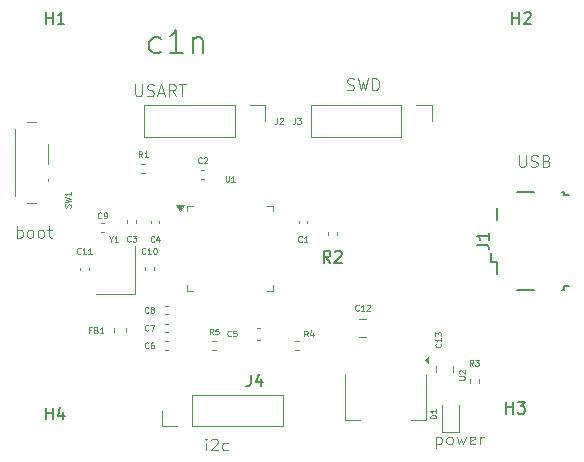
<source format=gbr>
%TF.GenerationSoftware,KiCad,Pcbnew,8.0.5-8.0.5-0~ubuntu22.04.1*%
%TF.CreationDate,2024-10-15T17:57:52+03:00*%
%TF.ProjectId,sc,73632e6b-6963-4616-945f-706362585858,rev?*%
%TF.SameCoordinates,Original*%
%TF.FileFunction,Legend,Top*%
%TF.FilePolarity,Positive*%
%FSLAX46Y46*%
G04 Gerber Fmt 4.6, Leading zero omitted, Abs format (unit mm)*
G04 Created by KiCad (PCBNEW 8.0.5-8.0.5-0~ubuntu22.04.1) date 2024-10-15 17:57:52*
%MOMM*%
%LPD*%
G01*
G04 APERTURE LIST*
%ADD10C,0.100000*%
%ADD11C,0.200000*%
%ADD12C,0.150000*%
%ADD13C,0.125000*%
%ADD14C,0.120000*%
G04 APERTURE END LIST*
D10*
X126803884Y-69372419D02*
X126803884Y-70181942D01*
X126803884Y-70181942D02*
X126851503Y-70277180D01*
X126851503Y-70277180D02*
X126899122Y-70324800D01*
X126899122Y-70324800D02*
X126994360Y-70372419D01*
X126994360Y-70372419D02*
X127184836Y-70372419D01*
X127184836Y-70372419D02*
X127280074Y-70324800D01*
X127280074Y-70324800D02*
X127327693Y-70277180D01*
X127327693Y-70277180D02*
X127375312Y-70181942D01*
X127375312Y-70181942D02*
X127375312Y-69372419D01*
X127803884Y-70324800D02*
X127946741Y-70372419D01*
X127946741Y-70372419D02*
X128184836Y-70372419D01*
X128184836Y-70372419D02*
X128280074Y-70324800D01*
X128280074Y-70324800D02*
X128327693Y-70277180D01*
X128327693Y-70277180D02*
X128375312Y-70181942D01*
X128375312Y-70181942D02*
X128375312Y-70086704D01*
X128375312Y-70086704D02*
X128327693Y-69991466D01*
X128327693Y-69991466D02*
X128280074Y-69943847D01*
X128280074Y-69943847D02*
X128184836Y-69896228D01*
X128184836Y-69896228D02*
X127994360Y-69848609D01*
X127994360Y-69848609D02*
X127899122Y-69800990D01*
X127899122Y-69800990D02*
X127851503Y-69753371D01*
X127851503Y-69753371D02*
X127803884Y-69658133D01*
X127803884Y-69658133D02*
X127803884Y-69562895D01*
X127803884Y-69562895D02*
X127851503Y-69467657D01*
X127851503Y-69467657D02*
X127899122Y-69420038D01*
X127899122Y-69420038D02*
X127994360Y-69372419D01*
X127994360Y-69372419D02*
X128232455Y-69372419D01*
X128232455Y-69372419D02*
X128375312Y-69420038D01*
X128756265Y-70086704D02*
X129232455Y-70086704D01*
X128661027Y-70372419D02*
X128994360Y-69372419D01*
X128994360Y-69372419D02*
X129327693Y-70372419D01*
X130232455Y-70372419D02*
X129899122Y-69896228D01*
X129661027Y-70372419D02*
X129661027Y-69372419D01*
X129661027Y-69372419D02*
X130041979Y-69372419D01*
X130041979Y-69372419D02*
X130137217Y-69420038D01*
X130137217Y-69420038D02*
X130184836Y-69467657D01*
X130184836Y-69467657D02*
X130232455Y-69562895D01*
X130232455Y-69562895D02*
X130232455Y-69705752D01*
X130232455Y-69705752D02*
X130184836Y-69800990D01*
X130184836Y-69800990D02*
X130137217Y-69848609D01*
X130137217Y-69848609D02*
X130041979Y-69896228D01*
X130041979Y-69896228D02*
X129661027Y-69896228D01*
X130518170Y-69372419D02*
X131089598Y-69372419D01*
X130803884Y-70372419D02*
X130803884Y-69372419D01*
X144756265Y-69824800D02*
X144899122Y-69872419D01*
X144899122Y-69872419D02*
X145137217Y-69872419D01*
X145137217Y-69872419D02*
X145232455Y-69824800D01*
X145232455Y-69824800D02*
X145280074Y-69777180D01*
X145280074Y-69777180D02*
X145327693Y-69681942D01*
X145327693Y-69681942D02*
X145327693Y-69586704D01*
X145327693Y-69586704D02*
X145280074Y-69491466D01*
X145280074Y-69491466D02*
X145232455Y-69443847D01*
X145232455Y-69443847D02*
X145137217Y-69396228D01*
X145137217Y-69396228D02*
X144946741Y-69348609D01*
X144946741Y-69348609D02*
X144851503Y-69300990D01*
X144851503Y-69300990D02*
X144803884Y-69253371D01*
X144803884Y-69253371D02*
X144756265Y-69158133D01*
X144756265Y-69158133D02*
X144756265Y-69062895D01*
X144756265Y-69062895D02*
X144803884Y-68967657D01*
X144803884Y-68967657D02*
X144851503Y-68920038D01*
X144851503Y-68920038D02*
X144946741Y-68872419D01*
X144946741Y-68872419D02*
X145184836Y-68872419D01*
X145184836Y-68872419D02*
X145327693Y-68920038D01*
X145661027Y-68872419D02*
X145899122Y-69872419D01*
X145899122Y-69872419D02*
X146089598Y-69158133D01*
X146089598Y-69158133D02*
X146280074Y-69872419D01*
X146280074Y-69872419D02*
X146518170Y-68872419D01*
X146899122Y-69872419D02*
X146899122Y-68872419D01*
X146899122Y-68872419D02*
X147137217Y-68872419D01*
X147137217Y-68872419D02*
X147280074Y-68920038D01*
X147280074Y-68920038D02*
X147375312Y-69015276D01*
X147375312Y-69015276D02*
X147422931Y-69110514D01*
X147422931Y-69110514D02*
X147470550Y-69300990D01*
X147470550Y-69300990D02*
X147470550Y-69443847D01*
X147470550Y-69443847D02*
X147422931Y-69634323D01*
X147422931Y-69634323D02*
X147375312Y-69729561D01*
X147375312Y-69729561D02*
X147280074Y-69824800D01*
X147280074Y-69824800D02*
X147137217Y-69872419D01*
X147137217Y-69872419D02*
X146899122Y-69872419D01*
X132803884Y-100372419D02*
X132803884Y-99705752D01*
X132803884Y-99372419D02*
X132756265Y-99420038D01*
X132756265Y-99420038D02*
X132803884Y-99467657D01*
X132803884Y-99467657D02*
X132851503Y-99420038D01*
X132851503Y-99420038D02*
X132803884Y-99372419D01*
X132803884Y-99372419D02*
X132803884Y-99467657D01*
X133232455Y-99467657D02*
X133280074Y-99420038D01*
X133280074Y-99420038D02*
X133375312Y-99372419D01*
X133375312Y-99372419D02*
X133613407Y-99372419D01*
X133613407Y-99372419D02*
X133708645Y-99420038D01*
X133708645Y-99420038D02*
X133756264Y-99467657D01*
X133756264Y-99467657D02*
X133803883Y-99562895D01*
X133803883Y-99562895D02*
X133803883Y-99658133D01*
X133803883Y-99658133D02*
X133756264Y-99800990D01*
X133756264Y-99800990D02*
X133184836Y-100372419D01*
X133184836Y-100372419D02*
X133803883Y-100372419D01*
X134661026Y-100324800D02*
X134565788Y-100372419D01*
X134565788Y-100372419D02*
X134375312Y-100372419D01*
X134375312Y-100372419D02*
X134280074Y-100324800D01*
X134280074Y-100324800D02*
X134232455Y-100277180D01*
X134232455Y-100277180D02*
X134184836Y-100181942D01*
X134184836Y-100181942D02*
X134184836Y-99896228D01*
X134184836Y-99896228D02*
X134232455Y-99800990D01*
X134232455Y-99800990D02*
X134280074Y-99753371D01*
X134280074Y-99753371D02*
X134375312Y-99705752D01*
X134375312Y-99705752D02*
X134565788Y-99705752D01*
X134565788Y-99705752D02*
X134661026Y-99753371D01*
X152303884Y-99205752D02*
X152303884Y-100205752D01*
X152303884Y-99253371D02*
X152399122Y-99205752D01*
X152399122Y-99205752D02*
X152589598Y-99205752D01*
X152589598Y-99205752D02*
X152684836Y-99253371D01*
X152684836Y-99253371D02*
X152732455Y-99300990D01*
X152732455Y-99300990D02*
X152780074Y-99396228D01*
X152780074Y-99396228D02*
X152780074Y-99681942D01*
X152780074Y-99681942D02*
X152732455Y-99777180D01*
X152732455Y-99777180D02*
X152684836Y-99824800D01*
X152684836Y-99824800D02*
X152589598Y-99872419D01*
X152589598Y-99872419D02*
X152399122Y-99872419D01*
X152399122Y-99872419D02*
X152303884Y-99824800D01*
X153351503Y-99872419D02*
X153256265Y-99824800D01*
X153256265Y-99824800D02*
X153208646Y-99777180D01*
X153208646Y-99777180D02*
X153161027Y-99681942D01*
X153161027Y-99681942D02*
X153161027Y-99396228D01*
X153161027Y-99396228D02*
X153208646Y-99300990D01*
X153208646Y-99300990D02*
X153256265Y-99253371D01*
X153256265Y-99253371D02*
X153351503Y-99205752D01*
X153351503Y-99205752D02*
X153494360Y-99205752D01*
X153494360Y-99205752D02*
X153589598Y-99253371D01*
X153589598Y-99253371D02*
X153637217Y-99300990D01*
X153637217Y-99300990D02*
X153684836Y-99396228D01*
X153684836Y-99396228D02*
X153684836Y-99681942D01*
X153684836Y-99681942D02*
X153637217Y-99777180D01*
X153637217Y-99777180D02*
X153589598Y-99824800D01*
X153589598Y-99824800D02*
X153494360Y-99872419D01*
X153494360Y-99872419D02*
X153351503Y-99872419D01*
X154018170Y-99205752D02*
X154208646Y-99872419D01*
X154208646Y-99872419D02*
X154399122Y-99396228D01*
X154399122Y-99396228D02*
X154589598Y-99872419D01*
X154589598Y-99872419D02*
X154780074Y-99205752D01*
X155541979Y-99824800D02*
X155446741Y-99872419D01*
X155446741Y-99872419D02*
X155256265Y-99872419D01*
X155256265Y-99872419D02*
X155161027Y-99824800D01*
X155161027Y-99824800D02*
X155113408Y-99729561D01*
X155113408Y-99729561D02*
X155113408Y-99348609D01*
X155113408Y-99348609D02*
X155161027Y-99253371D01*
X155161027Y-99253371D02*
X155256265Y-99205752D01*
X155256265Y-99205752D02*
X155446741Y-99205752D01*
X155446741Y-99205752D02*
X155541979Y-99253371D01*
X155541979Y-99253371D02*
X155589598Y-99348609D01*
X155589598Y-99348609D02*
X155589598Y-99443847D01*
X155589598Y-99443847D02*
X155113408Y-99539085D01*
X156018170Y-99872419D02*
X156018170Y-99205752D01*
X156018170Y-99396228D02*
X156065789Y-99300990D01*
X156065789Y-99300990D02*
X156113408Y-99253371D01*
X156113408Y-99253371D02*
X156208646Y-99205752D01*
X156208646Y-99205752D02*
X156303884Y-99205752D01*
X159303884Y-75372419D02*
X159303884Y-76181942D01*
X159303884Y-76181942D02*
X159351503Y-76277180D01*
X159351503Y-76277180D02*
X159399122Y-76324800D01*
X159399122Y-76324800D02*
X159494360Y-76372419D01*
X159494360Y-76372419D02*
X159684836Y-76372419D01*
X159684836Y-76372419D02*
X159780074Y-76324800D01*
X159780074Y-76324800D02*
X159827693Y-76277180D01*
X159827693Y-76277180D02*
X159875312Y-76181942D01*
X159875312Y-76181942D02*
X159875312Y-75372419D01*
X160303884Y-76324800D02*
X160446741Y-76372419D01*
X160446741Y-76372419D02*
X160684836Y-76372419D01*
X160684836Y-76372419D02*
X160780074Y-76324800D01*
X160780074Y-76324800D02*
X160827693Y-76277180D01*
X160827693Y-76277180D02*
X160875312Y-76181942D01*
X160875312Y-76181942D02*
X160875312Y-76086704D01*
X160875312Y-76086704D02*
X160827693Y-75991466D01*
X160827693Y-75991466D02*
X160780074Y-75943847D01*
X160780074Y-75943847D02*
X160684836Y-75896228D01*
X160684836Y-75896228D02*
X160494360Y-75848609D01*
X160494360Y-75848609D02*
X160399122Y-75800990D01*
X160399122Y-75800990D02*
X160351503Y-75753371D01*
X160351503Y-75753371D02*
X160303884Y-75658133D01*
X160303884Y-75658133D02*
X160303884Y-75562895D01*
X160303884Y-75562895D02*
X160351503Y-75467657D01*
X160351503Y-75467657D02*
X160399122Y-75420038D01*
X160399122Y-75420038D02*
X160494360Y-75372419D01*
X160494360Y-75372419D02*
X160732455Y-75372419D01*
X160732455Y-75372419D02*
X160875312Y-75420038D01*
X161637217Y-75848609D02*
X161780074Y-75896228D01*
X161780074Y-75896228D02*
X161827693Y-75943847D01*
X161827693Y-75943847D02*
X161875312Y-76039085D01*
X161875312Y-76039085D02*
X161875312Y-76181942D01*
X161875312Y-76181942D02*
X161827693Y-76277180D01*
X161827693Y-76277180D02*
X161780074Y-76324800D01*
X161780074Y-76324800D02*
X161684836Y-76372419D01*
X161684836Y-76372419D02*
X161303884Y-76372419D01*
X161303884Y-76372419D02*
X161303884Y-75372419D01*
X161303884Y-75372419D02*
X161637217Y-75372419D01*
X161637217Y-75372419D02*
X161732455Y-75420038D01*
X161732455Y-75420038D02*
X161780074Y-75467657D01*
X161780074Y-75467657D02*
X161827693Y-75562895D01*
X161827693Y-75562895D02*
X161827693Y-75658133D01*
X161827693Y-75658133D02*
X161780074Y-75753371D01*
X161780074Y-75753371D02*
X161732455Y-75800990D01*
X161732455Y-75800990D02*
X161637217Y-75848609D01*
X161637217Y-75848609D02*
X161303884Y-75848609D01*
X116803884Y-82372419D02*
X116803884Y-81372419D01*
X116803884Y-81753371D02*
X116899122Y-81705752D01*
X116899122Y-81705752D02*
X117089598Y-81705752D01*
X117089598Y-81705752D02*
X117184836Y-81753371D01*
X117184836Y-81753371D02*
X117232455Y-81800990D01*
X117232455Y-81800990D02*
X117280074Y-81896228D01*
X117280074Y-81896228D02*
X117280074Y-82181942D01*
X117280074Y-82181942D02*
X117232455Y-82277180D01*
X117232455Y-82277180D02*
X117184836Y-82324800D01*
X117184836Y-82324800D02*
X117089598Y-82372419D01*
X117089598Y-82372419D02*
X116899122Y-82372419D01*
X116899122Y-82372419D02*
X116803884Y-82324800D01*
X117851503Y-82372419D02*
X117756265Y-82324800D01*
X117756265Y-82324800D02*
X117708646Y-82277180D01*
X117708646Y-82277180D02*
X117661027Y-82181942D01*
X117661027Y-82181942D02*
X117661027Y-81896228D01*
X117661027Y-81896228D02*
X117708646Y-81800990D01*
X117708646Y-81800990D02*
X117756265Y-81753371D01*
X117756265Y-81753371D02*
X117851503Y-81705752D01*
X117851503Y-81705752D02*
X117994360Y-81705752D01*
X117994360Y-81705752D02*
X118089598Y-81753371D01*
X118089598Y-81753371D02*
X118137217Y-81800990D01*
X118137217Y-81800990D02*
X118184836Y-81896228D01*
X118184836Y-81896228D02*
X118184836Y-82181942D01*
X118184836Y-82181942D02*
X118137217Y-82277180D01*
X118137217Y-82277180D02*
X118089598Y-82324800D01*
X118089598Y-82324800D02*
X117994360Y-82372419D01*
X117994360Y-82372419D02*
X117851503Y-82372419D01*
X118756265Y-82372419D02*
X118661027Y-82324800D01*
X118661027Y-82324800D02*
X118613408Y-82277180D01*
X118613408Y-82277180D02*
X118565789Y-82181942D01*
X118565789Y-82181942D02*
X118565789Y-81896228D01*
X118565789Y-81896228D02*
X118613408Y-81800990D01*
X118613408Y-81800990D02*
X118661027Y-81753371D01*
X118661027Y-81753371D02*
X118756265Y-81705752D01*
X118756265Y-81705752D02*
X118899122Y-81705752D01*
X118899122Y-81705752D02*
X118994360Y-81753371D01*
X118994360Y-81753371D02*
X119041979Y-81800990D01*
X119041979Y-81800990D02*
X119089598Y-81896228D01*
X119089598Y-81896228D02*
X119089598Y-82181942D01*
X119089598Y-82181942D02*
X119041979Y-82277180D01*
X119041979Y-82277180D02*
X118994360Y-82324800D01*
X118994360Y-82324800D02*
X118899122Y-82372419D01*
X118899122Y-82372419D02*
X118756265Y-82372419D01*
X119375313Y-81705752D02*
X119756265Y-81705752D01*
X119518170Y-81372419D02*
X119518170Y-82229561D01*
X119518170Y-82229561D02*
X119565789Y-82324800D01*
X119565789Y-82324800D02*
X119661027Y-82372419D01*
X119661027Y-82372419D02*
X119756265Y-82372419D01*
D11*
X128964911Y-66649600D02*
X128774435Y-66744838D01*
X128774435Y-66744838D02*
X128393482Y-66744838D01*
X128393482Y-66744838D02*
X128203006Y-66649600D01*
X128203006Y-66649600D02*
X128107768Y-66554361D01*
X128107768Y-66554361D02*
X128012530Y-66363885D01*
X128012530Y-66363885D02*
X128012530Y-65792457D01*
X128012530Y-65792457D02*
X128107768Y-65601980D01*
X128107768Y-65601980D02*
X128203006Y-65506742D01*
X128203006Y-65506742D02*
X128393482Y-65411504D01*
X128393482Y-65411504D02*
X128774435Y-65411504D01*
X128774435Y-65411504D02*
X128964911Y-65506742D01*
X130869673Y-66744838D02*
X129726816Y-66744838D01*
X130298244Y-66744838D02*
X130298244Y-64744838D01*
X130298244Y-64744838D02*
X130107768Y-65030552D01*
X130107768Y-65030552D02*
X129917292Y-65221028D01*
X129917292Y-65221028D02*
X129726816Y-65316266D01*
X131726816Y-65411504D02*
X131726816Y-66744838D01*
X131726816Y-65601980D02*
X131822054Y-65506742D01*
X131822054Y-65506742D02*
X132012530Y-65411504D01*
X132012530Y-65411504D02*
X132298245Y-65411504D01*
X132298245Y-65411504D02*
X132488721Y-65506742D01*
X132488721Y-65506742D02*
X132583959Y-65697219D01*
X132583959Y-65697219D02*
X132583959Y-66744838D01*
D10*
X121312300Y-79816665D02*
X121336109Y-79745237D01*
X121336109Y-79745237D02*
X121336109Y-79626189D01*
X121336109Y-79626189D02*
X121312300Y-79578570D01*
X121312300Y-79578570D02*
X121288490Y-79554761D01*
X121288490Y-79554761D02*
X121240871Y-79530951D01*
X121240871Y-79530951D02*
X121193252Y-79530951D01*
X121193252Y-79530951D02*
X121145633Y-79554761D01*
X121145633Y-79554761D02*
X121121823Y-79578570D01*
X121121823Y-79578570D02*
X121098014Y-79626189D01*
X121098014Y-79626189D02*
X121074204Y-79721427D01*
X121074204Y-79721427D02*
X121050395Y-79769046D01*
X121050395Y-79769046D02*
X121026585Y-79792856D01*
X121026585Y-79792856D02*
X120978966Y-79816665D01*
X120978966Y-79816665D02*
X120931347Y-79816665D01*
X120931347Y-79816665D02*
X120883728Y-79792856D01*
X120883728Y-79792856D02*
X120859919Y-79769046D01*
X120859919Y-79769046D02*
X120836109Y-79721427D01*
X120836109Y-79721427D02*
X120836109Y-79602380D01*
X120836109Y-79602380D02*
X120859919Y-79530951D01*
X120836109Y-79364285D02*
X121336109Y-79245237D01*
X121336109Y-79245237D02*
X120978966Y-79149999D01*
X120978966Y-79149999D02*
X121336109Y-79054761D01*
X121336109Y-79054761D02*
X120836109Y-78935714D01*
X121336109Y-78483332D02*
X121336109Y-78769046D01*
X121336109Y-78626189D02*
X120836109Y-78626189D01*
X120836109Y-78626189D02*
X120907538Y-78673808D01*
X120907538Y-78673808D02*
X120955157Y-78721427D01*
X120955157Y-78721427D02*
X120978966Y-78769046D01*
D12*
X119238095Y-97754819D02*
X119238095Y-96754819D01*
X119238095Y-97231009D02*
X119809523Y-97231009D01*
X119809523Y-97754819D02*
X119809523Y-96754819D01*
X120714285Y-97088152D02*
X120714285Y-97754819D01*
X120476190Y-96707200D02*
X120238095Y-97421485D01*
X120238095Y-97421485D02*
X120857142Y-97421485D01*
X158238095Y-97254819D02*
X158238095Y-96254819D01*
X158238095Y-96731009D02*
X158809523Y-96731009D01*
X158809523Y-97254819D02*
X158809523Y-96254819D01*
X159190476Y-96254819D02*
X159809523Y-96254819D01*
X159809523Y-96254819D02*
X159476190Y-96635771D01*
X159476190Y-96635771D02*
X159619047Y-96635771D01*
X159619047Y-96635771D02*
X159714285Y-96683390D01*
X159714285Y-96683390D02*
X159761904Y-96731009D01*
X159761904Y-96731009D02*
X159809523Y-96826247D01*
X159809523Y-96826247D02*
X159809523Y-97064342D01*
X159809523Y-97064342D02*
X159761904Y-97159580D01*
X159761904Y-97159580D02*
X159714285Y-97207200D01*
X159714285Y-97207200D02*
X159619047Y-97254819D01*
X159619047Y-97254819D02*
X159333333Y-97254819D01*
X159333333Y-97254819D02*
X159238095Y-97207200D01*
X159238095Y-97207200D02*
X159190476Y-97159580D01*
X158738095Y-64254819D02*
X158738095Y-63254819D01*
X158738095Y-63731009D02*
X159309523Y-63731009D01*
X159309523Y-64254819D02*
X159309523Y-63254819D01*
X159738095Y-63350057D02*
X159785714Y-63302438D01*
X159785714Y-63302438D02*
X159880952Y-63254819D01*
X159880952Y-63254819D02*
X160119047Y-63254819D01*
X160119047Y-63254819D02*
X160214285Y-63302438D01*
X160214285Y-63302438D02*
X160261904Y-63350057D01*
X160261904Y-63350057D02*
X160309523Y-63445295D01*
X160309523Y-63445295D02*
X160309523Y-63540533D01*
X160309523Y-63540533D02*
X160261904Y-63683390D01*
X160261904Y-63683390D02*
X159690476Y-64254819D01*
X159690476Y-64254819D02*
X160309523Y-64254819D01*
X119238095Y-64254819D02*
X119238095Y-63254819D01*
X119238095Y-63731009D02*
X119809523Y-63731009D01*
X119809523Y-64254819D02*
X119809523Y-63254819D01*
X120809523Y-64254819D02*
X120238095Y-64254819D01*
X120523809Y-64254819D02*
X120523809Y-63254819D01*
X120523809Y-63254819D02*
X120428571Y-63397676D01*
X120428571Y-63397676D02*
X120333333Y-63492914D01*
X120333333Y-63492914D02*
X120238095Y-63540533D01*
D10*
X134916666Y-90678490D02*
X134892857Y-90702300D01*
X134892857Y-90702300D02*
X134821428Y-90726109D01*
X134821428Y-90726109D02*
X134773809Y-90726109D01*
X134773809Y-90726109D02*
X134702381Y-90702300D01*
X134702381Y-90702300D02*
X134654762Y-90654680D01*
X134654762Y-90654680D02*
X134630952Y-90607061D01*
X134630952Y-90607061D02*
X134607143Y-90511823D01*
X134607143Y-90511823D02*
X134607143Y-90440395D01*
X134607143Y-90440395D02*
X134630952Y-90345157D01*
X134630952Y-90345157D02*
X134654762Y-90297538D01*
X134654762Y-90297538D02*
X134702381Y-90249919D01*
X134702381Y-90249919D02*
X134773809Y-90226109D01*
X134773809Y-90226109D02*
X134821428Y-90226109D01*
X134821428Y-90226109D02*
X134892857Y-90249919D01*
X134892857Y-90249919D02*
X134916666Y-90273728D01*
X135369047Y-90226109D02*
X135130952Y-90226109D01*
X135130952Y-90226109D02*
X135107143Y-90464204D01*
X135107143Y-90464204D02*
X135130952Y-90440395D01*
X135130952Y-90440395D02*
X135178571Y-90416585D01*
X135178571Y-90416585D02*
X135297619Y-90416585D01*
X135297619Y-90416585D02*
X135345238Y-90440395D01*
X135345238Y-90440395D02*
X135369047Y-90464204D01*
X135369047Y-90464204D02*
X135392857Y-90511823D01*
X135392857Y-90511823D02*
X135392857Y-90630871D01*
X135392857Y-90630871D02*
X135369047Y-90678490D01*
X135369047Y-90678490D02*
X135345238Y-90702300D01*
X135345238Y-90702300D02*
X135297619Y-90726109D01*
X135297619Y-90726109D02*
X135178571Y-90726109D01*
X135178571Y-90726109D02*
X135130952Y-90702300D01*
X135130952Y-90702300D02*
X135107143Y-90678490D01*
X141416666Y-90726109D02*
X141250000Y-90488014D01*
X141130952Y-90726109D02*
X141130952Y-90226109D01*
X141130952Y-90226109D02*
X141321428Y-90226109D01*
X141321428Y-90226109D02*
X141369047Y-90249919D01*
X141369047Y-90249919D02*
X141392857Y-90273728D01*
X141392857Y-90273728D02*
X141416666Y-90321347D01*
X141416666Y-90321347D02*
X141416666Y-90392776D01*
X141416666Y-90392776D02*
X141392857Y-90440395D01*
X141392857Y-90440395D02*
X141369047Y-90464204D01*
X141369047Y-90464204D02*
X141321428Y-90488014D01*
X141321428Y-90488014D02*
X141130952Y-90488014D01*
X141845238Y-90392776D02*
X141845238Y-90726109D01*
X141726190Y-90202300D02*
X141607143Y-90559442D01*
X141607143Y-90559442D02*
X141916666Y-90559442D01*
D13*
X128416666Y-82677190D02*
X128392857Y-82701000D01*
X128392857Y-82701000D02*
X128321428Y-82724809D01*
X128321428Y-82724809D02*
X128273809Y-82724809D01*
X128273809Y-82724809D02*
X128202381Y-82701000D01*
X128202381Y-82701000D02*
X128154762Y-82653380D01*
X128154762Y-82653380D02*
X128130952Y-82605761D01*
X128130952Y-82605761D02*
X128107143Y-82510523D01*
X128107143Y-82510523D02*
X128107143Y-82439095D01*
X128107143Y-82439095D02*
X128130952Y-82343857D01*
X128130952Y-82343857D02*
X128154762Y-82296238D01*
X128154762Y-82296238D02*
X128202381Y-82248619D01*
X128202381Y-82248619D02*
X128273809Y-82224809D01*
X128273809Y-82224809D02*
X128321428Y-82224809D01*
X128321428Y-82224809D02*
X128392857Y-82248619D01*
X128392857Y-82248619D02*
X128416666Y-82272428D01*
X128845238Y-82391476D02*
X128845238Y-82724809D01*
X128726190Y-82201000D02*
X128607143Y-82558142D01*
X128607143Y-82558142D02*
X128916666Y-82558142D01*
D10*
X127916666Y-90178490D02*
X127892857Y-90202300D01*
X127892857Y-90202300D02*
X127821428Y-90226109D01*
X127821428Y-90226109D02*
X127773809Y-90226109D01*
X127773809Y-90226109D02*
X127702381Y-90202300D01*
X127702381Y-90202300D02*
X127654762Y-90154680D01*
X127654762Y-90154680D02*
X127630952Y-90107061D01*
X127630952Y-90107061D02*
X127607143Y-90011823D01*
X127607143Y-90011823D02*
X127607143Y-89940395D01*
X127607143Y-89940395D02*
X127630952Y-89845157D01*
X127630952Y-89845157D02*
X127654762Y-89797538D01*
X127654762Y-89797538D02*
X127702381Y-89749919D01*
X127702381Y-89749919D02*
X127773809Y-89726109D01*
X127773809Y-89726109D02*
X127821428Y-89726109D01*
X127821428Y-89726109D02*
X127892857Y-89749919D01*
X127892857Y-89749919D02*
X127916666Y-89773728D01*
X128083333Y-89726109D02*
X128416666Y-89726109D01*
X128416666Y-89726109D02*
X128202381Y-90226109D01*
X138833333Y-72226109D02*
X138833333Y-72583252D01*
X138833333Y-72583252D02*
X138809524Y-72654680D01*
X138809524Y-72654680D02*
X138761905Y-72702300D01*
X138761905Y-72702300D02*
X138690476Y-72726109D01*
X138690476Y-72726109D02*
X138642857Y-72726109D01*
X139047619Y-72273728D02*
X139071428Y-72249919D01*
X139071428Y-72249919D02*
X139119047Y-72226109D01*
X139119047Y-72226109D02*
X139238095Y-72226109D01*
X139238095Y-72226109D02*
X139285714Y-72249919D01*
X139285714Y-72249919D02*
X139309523Y-72273728D01*
X139309523Y-72273728D02*
X139333333Y-72321347D01*
X139333333Y-72321347D02*
X139333333Y-72368966D01*
X139333333Y-72368966D02*
X139309523Y-72440395D01*
X139309523Y-72440395D02*
X139023809Y-72726109D01*
X139023809Y-72726109D02*
X139333333Y-72726109D01*
X155416666Y-93226109D02*
X155250000Y-92988014D01*
X155130952Y-93226109D02*
X155130952Y-92726109D01*
X155130952Y-92726109D02*
X155321428Y-92726109D01*
X155321428Y-92726109D02*
X155369047Y-92749919D01*
X155369047Y-92749919D02*
X155392857Y-92773728D01*
X155392857Y-92773728D02*
X155416666Y-92821347D01*
X155416666Y-92821347D02*
X155416666Y-92892776D01*
X155416666Y-92892776D02*
X155392857Y-92940395D01*
X155392857Y-92940395D02*
X155369047Y-92964204D01*
X155369047Y-92964204D02*
X155321428Y-92988014D01*
X155321428Y-92988014D02*
X155130952Y-92988014D01*
X155583333Y-92726109D02*
X155892857Y-92726109D01*
X155892857Y-92726109D02*
X155726190Y-92916585D01*
X155726190Y-92916585D02*
X155797619Y-92916585D01*
X155797619Y-92916585D02*
X155845238Y-92940395D01*
X155845238Y-92940395D02*
X155869047Y-92964204D01*
X155869047Y-92964204D02*
X155892857Y-93011823D01*
X155892857Y-93011823D02*
X155892857Y-93130871D01*
X155892857Y-93130871D02*
X155869047Y-93178490D01*
X155869047Y-93178490D02*
X155845238Y-93202300D01*
X155845238Y-93202300D02*
X155797619Y-93226109D01*
X155797619Y-93226109D02*
X155654762Y-93226109D01*
X155654762Y-93226109D02*
X155607143Y-93202300D01*
X155607143Y-93202300D02*
X155583333Y-93178490D01*
D13*
X126416666Y-82657190D02*
X126392857Y-82681000D01*
X126392857Y-82681000D02*
X126321428Y-82704809D01*
X126321428Y-82704809D02*
X126273809Y-82704809D01*
X126273809Y-82704809D02*
X126202381Y-82681000D01*
X126202381Y-82681000D02*
X126154762Y-82633380D01*
X126154762Y-82633380D02*
X126130952Y-82585761D01*
X126130952Y-82585761D02*
X126107143Y-82490523D01*
X126107143Y-82490523D02*
X126107143Y-82419095D01*
X126107143Y-82419095D02*
X126130952Y-82323857D01*
X126130952Y-82323857D02*
X126154762Y-82276238D01*
X126154762Y-82276238D02*
X126202381Y-82228619D01*
X126202381Y-82228619D02*
X126273809Y-82204809D01*
X126273809Y-82204809D02*
X126321428Y-82204809D01*
X126321428Y-82204809D02*
X126392857Y-82228619D01*
X126392857Y-82228619D02*
X126416666Y-82252428D01*
X126583333Y-82204809D02*
X126892857Y-82204809D01*
X126892857Y-82204809D02*
X126726190Y-82395285D01*
X126726190Y-82395285D02*
X126797619Y-82395285D01*
X126797619Y-82395285D02*
X126845238Y-82419095D01*
X126845238Y-82419095D02*
X126869047Y-82442904D01*
X126869047Y-82442904D02*
X126892857Y-82490523D01*
X126892857Y-82490523D02*
X126892857Y-82609571D01*
X126892857Y-82609571D02*
X126869047Y-82657190D01*
X126869047Y-82657190D02*
X126845238Y-82681000D01*
X126845238Y-82681000D02*
X126797619Y-82704809D01*
X126797619Y-82704809D02*
X126654762Y-82704809D01*
X126654762Y-82704809D02*
X126607143Y-82681000D01*
X126607143Y-82681000D02*
X126583333Y-82657190D01*
D10*
X154226109Y-94380952D02*
X154630871Y-94380952D01*
X154630871Y-94380952D02*
X154678490Y-94357142D01*
X154678490Y-94357142D02*
X154702300Y-94333333D01*
X154702300Y-94333333D02*
X154726109Y-94285714D01*
X154726109Y-94285714D02*
X154726109Y-94190476D01*
X154726109Y-94190476D02*
X154702300Y-94142857D01*
X154702300Y-94142857D02*
X154678490Y-94119047D01*
X154678490Y-94119047D02*
X154630871Y-94095238D01*
X154630871Y-94095238D02*
X154226109Y-94095238D01*
X154273728Y-93880951D02*
X154249919Y-93857142D01*
X154249919Y-93857142D02*
X154226109Y-93809523D01*
X154226109Y-93809523D02*
X154226109Y-93690475D01*
X154226109Y-93690475D02*
X154249919Y-93642856D01*
X154249919Y-93642856D02*
X154273728Y-93619047D01*
X154273728Y-93619047D02*
X154321347Y-93595237D01*
X154321347Y-93595237D02*
X154368966Y-93595237D01*
X154368966Y-93595237D02*
X154440395Y-93619047D01*
X154440395Y-93619047D02*
X154726109Y-93904761D01*
X154726109Y-93904761D02*
X154726109Y-93595237D01*
X122178571Y-83678490D02*
X122154762Y-83702300D01*
X122154762Y-83702300D02*
X122083333Y-83726109D01*
X122083333Y-83726109D02*
X122035714Y-83726109D01*
X122035714Y-83726109D02*
X121964286Y-83702300D01*
X121964286Y-83702300D02*
X121916667Y-83654680D01*
X121916667Y-83654680D02*
X121892857Y-83607061D01*
X121892857Y-83607061D02*
X121869048Y-83511823D01*
X121869048Y-83511823D02*
X121869048Y-83440395D01*
X121869048Y-83440395D02*
X121892857Y-83345157D01*
X121892857Y-83345157D02*
X121916667Y-83297538D01*
X121916667Y-83297538D02*
X121964286Y-83249919D01*
X121964286Y-83249919D02*
X122035714Y-83226109D01*
X122035714Y-83226109D02*
X122083333Y-83226109D01*
X122083333Y-83226109D02*
X122154762Y-83249919D01*
X122154762Y-83249919D02*
X122178571Y-83273728D01*
X122654762Y-83726109D02*
X122369048Y-83726109D01*
X122511905Y-83726109D02*
X122511905Y-83226109D01*
X122511905Y-83226109D02*
X122464286Y-83297538D01*
X122464286Y-83297538D02*
X122416667Y-83345157D01*
X122416667Y-83345157D02*
X122369048Y-83368966D01*
X123130952Y-83726109D02*
X122845238Y-83726109D01*
X122988095Y-83726109D02*
X122988095Y-83226109D01*
X122988095Y-83226109D02*
X122940476Y-83297538D01*
X122940476Y-83297538D02*
X122892857Y-83345157D01*
X122892857Y-83345157D02*
X122845238Y-83368966D01*
X133406666Y-90556109D02*
X133240000Y-90318014D01*
X133120952Y-90556109D02*
X133120952Y-90056109D01*
X133120952Y-90056109D02*
X133311428Y-90056109D01*
X133311428Y-90056109D02*
X133359047Y-90079919D01*
X133359047Y-90079919D02*
X133382857Y-90103728D01*
X133382857Y-90103728D02*
X133406666Y-90151347D01*
X133406666Y-90151347D02*
X133406666Y-90222776D01*
X133406666Y-90222776D02*
X133382857Y-90270395D01*
X133382857Y-90270395D02*
X133359047Y-90294204D01*
X133359047Y-90294204D02*
X133311428Y-90318014D01*
X133311428Y-90318014D02*
X133120952Y-90318014D01*
X133859047Y-90056109D02*
X133620952Y-90056109D01*
X133620952Y-90056109D02*
X133597143Y-90294204D01*
X133597143Y-90294204D02*
X133620952Y-90270395D01*
X133620952Y-90270395D02*
X133668571Y-90246585D01*
X133668571Y-90246585D02*
X133787619Y-90246585D01*
X133787619Y-90246585D02*
X133835238Y-90270395D01*
X133835238Y-90270395D02*
X133859047Y-90294204D01*
X133859047Y-90294204D02*
X133882857Y-90341823D01*
X133882857Y-90341823D02*
X133882857Y-90460871D01*
X133882857Y-90460871D02*
X133859047Y-90508490D01*
X133859047Y-90508490D02*
X133835238Y-90532300D01*
X133835238Y-90532300D02*
X133787619Y-90556109D01*
X133787619Y-90556109D02*
X133668571Y-90556109D01*
X133668571Y-90556109D02*
X133620952Y-90532300D01*
X133620952Y-90532300D02*
X133597143Y-90508490D01*
X152678490Y-91321428D02*
X152702300Y-91345237D01*
X152702300Y-91345237D02*
X152726109Y-91416666D01*
X152726109Y-91416666D02*
X152726109Y-91464285D01*
X152726109Y-91464285D02*
X152702300Y-91535713D01*
X152702300Y-91535713D02*
X152654680Y-91583332D01*
X152654680Y-91583332D02*
X152607061Y-91607142D01*
X152607061Y-91607142D02*
X152511823Y-91630951D01*
X152511823Y-91630951D02*
X152440395Y-91630951D01*
X152440395Y-91630951D02*
X152345157Y-91607142D01*
X152345157Y-91607142D02*
X152297538Y-91583332D01*
X152297538Y-91583332D02*
X152249919Y-91535713D01*
X152249919Y-91535713D02*
X152226109Y-91464285D01*
X152226109Y-91464285D02*
X152226109Y-91416666D01*
X152226109Y-91416666D02*
X152249919Y-91345237D01*
X152249919Y-91345237D02*
X152273728Y-91321428D01*
X152726109Y-90845237D02*
X152726109Y-91130951D01*
X152726109Y-90988094D02*
X152226109Y-90988094D01*
X152226109Y-90988094D02*
X152297538Y-91035713D01*
X152297538Y-91035713D02*
X152345157Y-91083332D01*
X152345157Y-91083332D02*
X152368966Y-91130951D01*
X152226109Y-90678571D02*
X152226109Y-90369047D01*
X152226109Y-90369047D02*
X152416585Y-90535714D01*
X152416585Y-90535714D02*
X152416585Y-90464285D01*
X152416585Y-90464285D02*
X152440395Y-90416666D01*
X152440395Y-90416666D02*
X152464204Y-90392857D01*
X152464204Y-90392857D02*
X152511823Y-90369047D01*
X152511823Y-90369047D02*
X152630871Y-90369047D01*
X152630871Y-90369047D02*
X152678490Y-90392857D01*
X152678490Y-90392857D02*
X152702300Y-90416666D01*
X152702300Y-90416666D02*
X152726109Y-90464285D01*
X152726109Y-90464285D02*
X152726109Y-90607142D01*
X152726109Y-90607142D02*
X152702300Y-90654761D01*
X152702300Y-90654761D02*
X152678490Y-90678571D01*
X123936666Y-80678490D02*
X123912857Y-80702300D01*
X123912857Y-80702300D02*
X123841428Y-80726109D01*
X123841428Y-80726109D02*
X123793809Y-80726109D01*
X123793809Y-80726109D02*
X123722381Y-80702300D01*
X123722381Y-80702300D02*
X123674762Y-80654680D01*
X123674762Y-80654680D02*
X123650952Y-80607061D01*
X123650952Y-80607061D02*
X123627143Y-80511823D01*
X123627143Y-80511823D02*
X123627143Y-80440395D01*
X123627143Y-80440395D02*
X123650952Y-80345157D01*
X123650952Y-80345157D02*
X123674762Y-80297538D01*
X123674762Y-80297538D02*
X123722381Y-80249919D01*
X123722381Y-80249919D02*
X123793809Y-80226109D01*
X123793809Y-80226109D02*
X123841428Y-80226109D01*
X123841428Y-80226109D02*
X123912857Y-80249919D01*
X123912857Y-80249919D02*
X123936666Y-80273728D01*
X124174762Y-80726109D02*
X124270000Y-80726109D01*
X124270000Y-80726109D02*
X124317619Y-80702300D01*
X124317619Y-80702300D02*
X124341428Y-80678490D01*
X124341428Y-80678490D02*
X124389047Y-80607061D01*
X124389047Y-80607061D02*
X124412857Y-80511823D01*
X124412857Y-80511823D02*
X124412857Y-80321347D01*
X124412857Y-80321347D02*
X124389047Y-80273728D01*
X124389047Y-80273728D02*
X124365238Y-80249919D01*
X124365238Y-80249919D02*
X124317619Y-80226109D01*
X124317619Y-80226109D02*
X124222381Y-80226109D01*
X124222381Y-80226109D02*
X124174762Y-80249919D01*
X124174762Y-80249919D02*
X124150952Y-80273728D01*
X124150952Y-80273728D02*
X124127143Y-80321347D01*
X124127143Y-80321347D02*
X124127143Y-80440395D01*
X124127143Y-80440395D02*
X124150952Y-80488014D01*
X124150952Y-80488014D02*
X124174762Y-80511823D01*
X124174762Y-80511823D02*
X124222381Y-80535633D01*
X124222381Y-80535633D02*
X124317619Y-80535633D01*
X124317619Y-80535633D02*
X124365238Y-80511823D01*
X124365238Y-80511823D02*
X124389047Y-80488014D01*
X124389047Y-80488014D02*
X124412857Y-80440395D01*
X127916666Y-91678490D02*
X127892857Y-91702300D01*
X127892857Y-91702300D02*
X127821428Y-91726109D01*
X127821428Y-91726109D02*
X127773809Y-91726109D01*
X127773809Y-91726109D02*
X127702381Y-91702300D01*
X127702381Y-91702300D02*
X127654762Y-91654680D01*
X127654762Y-91654680D02*
X127630952Y-91607061D01*
X127630952Y-91607061D02*
X127607143Y-91511823D01*
X127607143Y-91511823D02*
X127607143Y-91440395D01*
X127607143Y-91440395D02*
X127630952Y-91345157D01*
X127630952Y-91345157D02*
X127654762Y-91297538D01*
X127654762Y-91297538D02*
X127702381Y-91249919D01*
X127702381Y-91249919D02*
X127773809Y-91226109D01*
X127773809Y-91226109D02*
X127821428Y-91226109D01*
X127821428Y-91226109D02*
X127892857Y-91249919D01*
X127892857Y-91249919D02*
X127916666Y-91273728D01*
X128345238Y-91226109D02*
X128250000Y-91226109D01*
X128250000Y-91226109D02*
X128202381Y-91249919D01*
X128202381Y-91249919D02*
X128178571Y-91273728D01*
X128178571Y-91273728D02*
X128130952Y-91345157D01*
X128130952Y-91345157D02*
X128107143Y-91440395D01*
X128107143Y-91440395D02*
X128107143Y-91630871D01*
X128107143Y-91630871D02*
X128130952Y-91678490D01*
X128130952Y-91678490D02*
X128154762Y-91702300D01*
X128154762Y-91702300D02*
X128202381Y-91726109D01*
X128202381Y-91726109D02*
X128297619Y-91726109D01*
X128297619Y-91726109D02*
X128345238Y-91702300D01*
X128345238Y-91702300D02*
X128369047Y-91678490D01*
X128369047Y-91678490D02*
X128392857Y-91630871D01*
X128392857Y-91630871D02*
X128392857Y-91511823D01*
X128392857Y-91511823D02*
X128369047Y-91464204D01*
X128369047Y-91464204D02*
X128345238Y-91440395D01*
X128345238Y-91440395D02*
X128297619Y-91416585D01*
X128297619Y-91416585D02*
X128202381Y-91416585D01*
X128202381Y-91416585D02*
X128154762Y-91440395D01*
X128154762Y-91440395D02*
X128130952Y-91464204D01*
X128130952Y-91464204D02*
X128107143Y-91511823D01*
X140333333Y-72226109D02*
X140333333Y-72583252D01*
X140333333Y-72583252D02*
X140309524Y-72654680D01*
X140309524Y-72654680D02*
X140261905Y-72702300D01*
X140261905Y-72702300D02*
X140190476Y-72726109D01*
X140190476Y-72726109D02*
X140142857Y-72726109D01*
X140523809Y-72226109D02*
X140833333Y-72226109D01*
X140833333Y-72226109D02*
X140666666Y-72416585D01*
X140666666Y-72416585D02*
X140738095Y-72416585D01*
X140738095Y-72416585D02*
X140785714Y-72440395D01*
X140785714Y-72440395D02*
X140809523Y-72464204D01*
X140809523Y-72464204D02*
X140833333Y-72511823D01*
X140833333Y-72511823D02*
X140833333Y-72630871D01*
X140833333Y-72630871D02*
X140809523Y-72678490D01*
X140809523Y-72678490D02*
X140785714Y-72702300D01*
X140785714Y-72702300D02*
X140738095Y-72726109D01*
X140738095Y-72726109D02*
X140595238Y-72726109D01*
X140595238Y-72726109D02*
X140547619Y-72702300D01*
X140547619Y-72702300D02*
X140523809Y-72678490D01*
X123083334Y-90176704D02*
X122916667Y-90176704D01*
X122916667Y-90438609D02*
X122916667Y-89938609D01*
X122916667Y-89938609D02*
X123154762Y-89938609D01*
X123511905Y-90176704D02*
X123583333Y-90200514D01*
X123583333Y-90200514D02*
X123607143Y-90224323D01*
X123607143Y-90224323D02*
X123630952Y-90271942D01*
X123630952Y-90271942D02*
X123630952Y-90343371D01*
X123630952Y-90343371D02*
X123607143Y-90390990D01*
X123607143Y-90390990D02*
X123583333Y-90414800D01*
X123583333Y-90414800D02*
X123535714Y-90438609D01*
X123535714Y-90438609D02*
X123345238Y-90438609D01*
X123345238Y-90438609D02*
X123345238Y-89938609D01*
X123345238Y-89938609D02*
X123511905Y-89938609D01*
X123511905Y-89938609D02*
X123559524Y-89962419D01*
X123559524Y-89962419D02*
X123583333Y-89986228D01*
X123583333Y-89986228D02*
X123607143Y-90033847D01*
X123607143Y-90033847D02*
X123607143Y-90081466D01*
X123607143Y-90081466D02*
X123583333Y-90129085D01*
X123583333Y-90129085D02*
X123559524Y-90152895D01*
X123559524Y-90152895D02*
X123511905Y-90176704D01*
X123511905Y-90176704D02*
X123345238Y-90176704D01*
X124107143Y-90438609D02*
X123821429Y-90438609D01*
X123964286Y-90438609D02*
X123964286Y-89938609D01*
X123964286Y-89938609D02*
X123916667Y-90010038D01*
X123916667Y-90010038D02*
X123869048Y-90057657D01*
X123869048Y-90057657D02*
X123821429Y-90081466D01*
X127406666Y-75556109D02*
X127240000Y-75318014D01*
X127120952Y-75556109D02*
X127120952Y-75056109D01*
X127120952Y-75056109D02*
X127311428Y-75056109D01*
X127311428Y-75056109D02*
X127359047Y-75079919D01*
X127359047Y-75079919D02*
X127382857Y-75103728D01*
X127382857Y-75103728D02*
X127406666Y-75151347D01*
X127406666Y-75151347D02*
X127406666Y-75222776D01*
X127406666Y-75222776D02*
X127382857Y-75270395D01*
X127382857Y-75270395D02*
X127359047Y-75294204D01*
X127359047Y-75294204D02*
X127311428Y-75318014D01*
X127311428Y-75318014D02*
X127120952Y-75318014D01*
X127882857Y-75556109D02*
X127597143Y-75556109D01*
X127740000Y-75556109D02*
X127740000Y-75056109D01*
X127740000Y-75056109D02*
X127692381Y-75127538D01*
X127692381Y-75127538D02*
X127644762Y-75175157D01*
X127644762Y-75175157D02*
X127597143Y-75198966D01*
X124761905Y-82488014D02*
X124761905Y-82726109D01*
X124595239Y-82226109D02*
X124761905Y-82488014D01*
X124761905Y-82488014D02*
X124928572Y-82226109D01*
X125357143Y-82726109D02*
X125071429Y-82726109D01*
X125214286Y-82726109D02*
X125214286Y-82226109D01*
X125214286Y-82226109D02*
X125166667Y-82297538D01*
X125166667Y-82297538D02*
X125119048Y-82345157D01*
X125119048Y-82345157D02*
X125071429Y-82368966D01*
X140916666Y-82678490D02*
X140892857Y-82702300D01*
X140892857Y-82702300D02*
X140821428Y-82726109D01*
X140821428Y-82726109D02*
X140773809Y-82726109D01*
X140773809Y-82726109D02*
X140702381Y-82702300D01*
X140702381Y-82702300D02*
X140654762Y-82654680D01*
X140654762Y-82654680D02*
X140630952Y-82607061D01*
X140630952Y-82607061D02*
X140607143Y-82511823D01*
X140607143Y-82511823D02*
X140607143Y-82440395D01*
X140607143Y-82440395D02*
X140630952Y-82345157D01*
X140630952Y-82345157D02*
X140654762Y-82297538D01*
X140654762Y-82297538D02*
X140702381Y-82249919D01*
X140702381Y-82249919D02*
X140773809Y-82226109D01*
X140773809Y-82226109D02*
X140821428Y-82226109D01*
X140821428Y-82226109D02*
X140892857Y-82249919D01*
X140892857Y-82249919D02*
X140916666Y-82273728D01*
X141392857Y-82726109D02*
X141107143Y-82726109D01*
X141250000Y-82726109D02*
X141250000Y-82226109D01*
X141250000Y-82226109D02*
X141202381Y-82297538D01*
X141202381Y-82297538D02*
X141154762Y-82345157D01*
X141154762Y-82345157D02*
X141107143Y-82368966D01*
D12*
X143333333Y-84464819D02*
X143000000Y-83988628D01*
X142761905Y-84464819D02*
X142761905Y-83464819D01*
X142761905Y-83464819D02*
X143142857Y-83464819D01*
X143142857Y-83464819D02*
X143238095Y-83512438D01*
X143238095Y-83512438D02*
X143285714Y-83560057D01*
X143285714Y-83560057D02*
X143333333Y-83655295D01*
X143333333Y-83655295D02*
X143333333Y-83798152D01*
X143333333Y-83798152D02*
X143285714Y-83893390D01*
X143285714Y-83893390D02*
X143238095Y-83941009D01*
X143238095Y-83941009D02*
X143142857Y-83988628D01*
X143142857Y-83988628D02*
X142761905Y-83988628D01*
X143714286Y-83560057D02*
X143761905Y-83512438D01*
X143761905Y-83512438D02*
X143857143Y-83464819D01*
X143857143Y-83464819D02*
X144095238Y-83464819D01*
X144095238Y-83464819D02*
X144190476Y-83512438D01*
X144190476Y-83512438D02*
X144238095Y-83560057D01*
X144238095Y-83560057D02*
X144285714Y-83655295D01*
X144285714Y-83655295D02*
X144285714Y-83750533D01*
X144285714Y-83750533D02*
X144238095Y-83893390D01*
X144238095Y-83893390D02*
X143666667Y-84464819D01*
X143666667Y-84464819D02*
X144285714Y-84464819D01*
D10*
X132436666Y-76018490D02*
X132412857Y-76042300D01*
X132412857Y-76042300D02*
X132341428Y-76066109D01*
X132341428Y-76066109D02*
X132293809Y-76066109D01*
X132293809Y-76066109D02*
X132222381Y-76042300D01*
X132222381Y-76042300D02*
X132174762Y-75994680D01*
X132174762Y-75994680D02*
X132150952Y-75947061D01*
X132150952Y-75947061D02*
X132127143Y-75851823D01*
X132127143Y-75851823D02*
X132127143Y-75780395D01*
X132127143Y-75780395D02*
X132150952Y-75685157D01*
X132150952Y-75685157D02*
X132174762Y-75637538D01*
X132174762Y-75637538D02*
X132222381Y-75589919D01*
X132222381Y-75589919D02*
X132293809Y-75566109D01*
X132293809Y-75566109D02*
X132341428Y-75566109D01*
X132341428Y-75566109D02*
X132412857Y-75589919D01*
X132412857Y-75589919D02*
X132436666Y-75613728D01*
X132627143Y-75613728D02*
X132650952Y-75589919D01*
X132650952Y-75589919D02*
X132698571Y-75566109D01*
X132698571Y-75566109D02*
X132817619Y-75566109D01*
X132817619Y-75566109D02*
X132865238Y-75589919D01*
X132865238Y-75589919D02*
X132889047Y-75613728D01*
X132889047Y-75613728D02*
X132912857Y-75661347D01*
X132912857Y-75661347D02*
X132912857Y-75708966D01*
X132912857Y-75708966D02*
X132889047Y-75780395D01*
X132889047Y-75780395D02*
X132603333Y-76066109D01*
X132603333Y-76066109D02*
X132912857Y-76066109D01*
X152296109Y-97656547D02*
X151796109Y-97656547D01*
X151796109Y-97656547D02*
X151796109Y-97537499D01*
X151796109Y-97537499D02*
X151819919Y-97466071D01*
X151819919Y-97466071D02*
X151867538Y-97418452D01*
X151867538Y-97418452D02*
X151915157Y-97394642D01*
X151915157Y-97394642D02*
X152010395Y-97370833D01*
X152010395Y-97370833D02*
X152081823Y-97370833D01*
X152081823Y-97370833D02*
X152177061Y-97394642D01*
X152177061Y-97394642D02*
X152224680Y-97418452D01*
X152224680Y-97418452D02*
X152272300Y-97466071D01*
X152272300Y-97466071D02*
X152296109Y-97537499D01*
X152296109Y-97537499D02*
X152296109Y-97656547D01*
X152296109Y-96894642D02*
X152296109Y-97180356D01*
X152296109Y-97037499D02*
X151796109Y-97037499D01*
X151796109Y-97037499D02*
X151867538Y-97085118D01*
X151867538Y-97085118D02*
X151915157Y-97132737D01*
X151915157Y-97132737D02*
X151938966Y-97180356D01*
X127678571Y-83678490D02*
X127654762Y-83702300D01*
X127654762Y-83702300D02*
X127583333Y-83726109D01*
X127583333Y-83726109D02*
X127535714Y-83726109D01*
X127535714Y-83726109D02*
X127464286Y-83702300D01*
X127464286Y-83702300D02*
X127416667Y-83654680D01*
X127416667Y-83654680D02*
X127392857Y-83607061D01*
X127392857Y-83607061D02*
X127369048Y-83511823D01*
X127369048Y-83511823D02*
X127369048Y-83440395D01*
X127369048Y-83440395D02*
X127392857Y-83345157D01*
X127392857Y-83345157D02*
X127416667Y-83297538D01*
X127416667Y-83297538D02*
X127464286Y-83249919D01*
X127464286Y-83249919D02*
X127535714Y-83226109D01*
X127535714Y-83226109D02*
X127583333Y-83226109D01*
X127583333Y-83226109D02*
X127654762Y-83249919D01*
X127654762Y-83249919D02*
X127678571Y-83273728D01*
X128154762Y-83726109D02*
X127869048Y-83726109D01*
X128011905Y-83726109D02*
X128011905Y-83226109D01*
X128011905Y-83226109D02*
X127964286Y-83297538D01*
X127964286Y-83297538D02*
X127916667Y-83345157D01*
X127916667Y-83345157D02*
X127869048Y-83368966D01*
X128464285Y-83226109D02*
X128511904Y-83226109D01*
X128511904Y-83226109D02*
X128559523Y-83249919D01*
X128559523Y-83249919D02*
X128583333Y-83273728D01*
X128583333Y-83273728D02*
X128607142Y-83321347D01*
X128607142Y-83321347D02*
X128630952Y-83416585D01*
X128630952Y-83416585D02*
X128630952Y-83535633D01*
X128630952Y-83535633D02*
X128607142Y-83630871D01*
X128607142Y-83630871D02*
X128583333Y-83678490D01*
X128583333Y-83678490D02*
X128559523Y-83702300D01*
X128559523Y-83702300D02*
X128511904Y-83726109D01*
X128511904Y-83726109D02*
X128464285Y-83726109D01*
X128464285Y-83726109D02*
X128416666Y-83702300D01*
X128416666Y-83702300D02*
X128392857Y-83678490D01*
X128392857Y-83678490D02*
X128369047Y-83630871D01*
X128369047Y-83630871D02*
X128345238Y-83535633D01*
X128345238Y-83535633D02*
X128345238Y-83416585D01*
X128345238Y-83416585D02*
X128369047Y-83321347D01*
X128369047Y-83321347D02*
X128392857Y-83273728D01*
X128392857Y-83273728D02*
X128416666Y-83249919D01*
X128416666Y-83249919D02*
X128464285Y-83226109D01*
X127916666Y-88678490D02*
X127892857Y-88702300D01*
X127892857Y-88702300D02*
X127821428Y-88726109D01*
X127821428Y-88726109D02*
X127773809Y-88726109D01*
X127773809Y-88726109D02*
X127702381Y-88702300D01*
X127702381Y-88702300D02*
X127654762Y-88654680D01*
X127654762Y-88654680D02*
X127630952Y-88607061D01*
X127630952Y-88607061D02*
X127607143Y-88511823D01*
X127607143Y-88511823D02*
X127607143Y-88440395D01*
X127607143Y-88440395D02*
X127630952Y-88345157D01*
X127630952Y-88345157D02*
X127654762Y-88297538D01*
X127654762Y-88297538D02*
X127702381Y-88249919D01*
X127702381Y-88249919D02*
X127773809Y-88226109D01*
X127773809Y-88226109D02*
X127821428Y-88226109D01*
X127821428Y-88226109D02*
X127892857Y-88249919D01*
X127892857Y-88249919D02*
X127916666Y-88273728D01*
X128202381Y-88440395D02*
X128154762Y-88416585D01*
X128154762Y-88416585D02*
X128130952Y-88392776D01*
X128130952Y-88392776D02*
X128107143Y-88345157D01*
X128107143Y-88345157D02*
X128107143Y-88321347D01*
X128107143Y-88321347D02*
X128130952Y-88273728D01*
X128130952Y-88273728D02*
X128154762Y-88249919D01*
X128154762Y-88249919D02*
X128202381Y-88226109D01*
X128202381Y-88226109D02*
X128297619Y-88226109D01*
X128297619Y-88226109D02*
X128345238Y-88249919D01*
X128345238Y-88249919D02*
X128369047Y-88273728D01*
X128369047Y-88273728D02*
X128392857Y-88321347D01*
X128392857Y-88321347D02*
X128392857Y-88345157D01*
X128392857Y-88345157D02*
X128369047Y-88392776D01*
X128369047Y-88392776D02*
X128345238Y-88416585D01*
X128345238Y-88416585D02*
X128297619Y-88440395D01*
X128297619Y-88440395D02*
X128202381Y-88440395D01*
X128202381Y-88440395D02*
X128154762Y-88464204D01*
X128154762Y-88464204D02*
X128130952Y-88488014D01*
X128130952Y-88488014D02*
X128107143Y-88535633D01*
X128107143Y-88535633D02*
X128107143Y-88630871D01*
X128107143Y-88630871D02*
X128130952Y-88678490D01*
X128130952Y-88678490D02*
X128154762Y-88702300D01*
X128154762Y-88702300D02*
X128202381Y-88726109D01*
X128202381Y-88726109D02*
X128297619Y-88726109D01*
X128297619Y-88726109D02*
X128345238Y-88702300D01*
X128345238Y-88702300D02*
X128369047Y-88678490D01*
X128369047Y-88678490D02*
X128392857Y-88630871D01*
X128392857Y-88630871D02*
X128392857Y-88535633D01*
X128392857Y-88535633D02*
X128369047Y-88488014D01*
X128369047Y-88488014D02*
X128345238Y-88464204D01*
X128345238Y-88464204D02*
X128297619Y-88440395D01*
D12*
X136586666Y-93954819D02*
X136586666Y-94669104D01*
X136586666Y-94669104D02*
X136539047Y-94811961D01*
X136539047Y-94811961D02*
X136443809Y-94907200D01*
X136443809Y-94907200D02*
X136300952Y-94954819D01*
X136300952Y-94954819D02*
X136205714Y-94954819D01*
X137491428Y-94288152D02*
X137491428Y-94954819D01*
X137253333Y-93907200D02*
X137015238Y-94621485D01*
X137015238Y-94621485D02*
X137634285Y-94621485D01*
D10*
X134456547Y-77126109D02*
X134456547Y-77530871D01*
X134456547Y-77530871D02*
X134480357Y-77578490D01*
X134480357Y-77578490D02*
X134504166Y-77602300D01*
X134504166Y-77602300D02*
X134551785Y-77626109D01*
X134551785Y-77626109D02*
X134647023Y-77626109D01*
X134647023Y-77626109D02*
X134694642Y-77602300D01*
X134694642Y-77602300D02*
X134718452Y-77578490D01*
X134718452Y-77578490D02*
X134742261Y-77530871D01*
X134742261Y-77530871D02*
X134742261Y-77126109D01*
X135242262Y-77626109D02*
X134956548Y-77626109D01*
X135099405Y-77626109D02*
X135099405Y-77126109D01*
X135099405Y-77126109D02*
X135051786Y-77197538D01*
X135051786Y-77197538D02*
X135004167Y-77245157D01*
X135004167Y-77245157D02*
X134956548Y-77268966D01*
D12*
X155754819Y-82958333D02*
X156469104Y-82958333D01*
X156469104Y-82958333D02*
X156611961Y-83005952D01*
X156611961Y-83005952D02*
X156707200Y-83101190D01*
X156707200Y-83101190D02*
X156754819Y-83244047D01*
X156754819Y-83244047D02*
X156754819Y-83339285D01*
X156754819Y-81958333D02*
X156754819Y-82529761D01*
X156754819Y-82244047D02*
X155754819Y-82244047D01*
X155754819Y-82244047D02*
X155897676Y-82339285D01*
X155897676Y-82339285D02*
X155992914Y-82434523D01*
X155992914Y-82434523D02*
X156040533Y-82529761D01*
D10*
X145728571Y-88498490D02*
X145704762Y-88522300D01*
X145704762Y-88522300D02*
X145633333Y-88546109D01*
X145633333Y-88546109D02*
X145585714Y-88546109D01*
X145585714Y-88546109D02*
X145514286Y-88522300D01*
X145514286Y-88522300D02*
X145466667Y-88474680D01*
X145466667Y-88474680D02*
X145442857Y-88427061D01*
X145442857Y-88427061D02*
X145419048Y-88331823D01*
X145419048Y-88331823D02*
X145419048Y-88260395D01*
X145419048Y-88260395D02*
X145442857Y-88165157D01*
X145442857Y-88165157D02*
X145466667Y-88117538D01*
X145466667Y-88117538D02*
X145514286Y-88069919D01*
X145514286Y-88069919D02*
X145585714Y-88046109D01*
X145585714Y-88046109D02*
X145633333Y-88046109D01*
X145633333Y-88046109D02*
X145704762Y-88069919D01*
X145704762Y-88069919D02*
X145728571Y-88093728D01*
X146204762Y-88546109D02*
X145919048Y-88546109D01*
X146061905Y-88546109D02*
X146061905Y-88046109D01*
X146061905Y-88046109D02*
X146014286Y-88117538D01*
X146014286Y-88117538D02*
X145966667Y-88165157D01*
X145966667Y-88165157D02*
X145919048Y-88188966D01*
X146395238Y-88093728D02*
X146419047Y-88069919D01*
X146419047Y-88069919D02*
X146466666Y-88046109D01*
X146466666Y-88046109D02*
X146585714Y-88046109D01*
X146585714Y-88046109D02*
X146633333Y-88069919D01*
X146633333Y-88069919D02*
X146657142Y-88093728D01*
X146657142Y-88093728D02*
X146680952Y-88141347D01*
X146680952Y-88141347D02*
X146680952Y-88188966D01*
X146680952Y-88188966D02*
X146657142Y-88260395D01*
X146657142Y-88260395D02*
X146371428Y-88546109D01*
X146371428Y-88546109D02*
X146680952Y-88546109D01*
D14*
%TO.C,SW1*%
X117610000Y-79450000D02*
X118400000Y-79450000D01*
X119450000Y-77400000D02*
X119450000Y-77600000D01*
X119450000Y-74400000D02*
X119450000Y-76100000D01*
X116600000Y-73150000D02*
X116600000Y-78850000D01*
X118400000Y-72550000D02*
X117610000Y-72550000D01*
%TO.C,C5*%
X137415580Y-89990000D02*
X137134420Y-89990000D01*
X137415580Y-91010000D02*
X137134420Y-91010000D01*
%TO.C,R4*%
X140336359Y-91120000D02*
X140643641Y-91120000D01*
X140336359Y-91880000D02*
X140643641Y-91880000D01*
%TO.C,C4*%
X128140000Y-80912164D02*
X128140000Y-81127836D01*
X128860000Y-80912164D02*
X128860000Y-81127836D01*
%TO.C,C7*%
X129587836Y-90360000D02*
X129372164Y-90360000D01*
X129587836Y-89640000D02*
X129372164Y-89640000D01*
%TO.C,J2*%
X137830000Y-71170000D02*
X137830000Y-72500000D01*
X136500000Y-71170000D02*
X137830000Y-71170000D01*
X135230000Y-73830000D02*
X127550000Y-73830000D01*
X135230000Y-71170000D02*
X135230000Y-73830000D01*
X135230000Y-71170000D02*
X127550000Y-71170000D01*
X127550000Y-71170000D02*
X127550000Y-73830000D01*
%TO.C,R3*%
X155120000Y-94663641D02*
X155120000Y-94356359D01*
X155880000Y-94663641D02*
X155880000Y-94356359D01*
%TO.C,C3*%
X126140000Y-80892164D02*
X126140000Y-81107836D01*
X126860000Y-80892164D02*
X126860000Y-81107836D01*
%TO.C,U2*%
X144590000Y-94000000D02*
X144590000Y-97760000D01*
X144590000Y-97760000D02*
X145850000Y-97760000D01*
X151410000Y-94000000D02*
X151410000Y-97760000D01*
X151410000Y-97760000D02*
X150150000Y-97760000D01*
X151640000Y-92960000D02*
X151310000Y-92720000D01*
X151640000Y-92480000D01*
X151640000Y-92960000D01*
G36*
X151640000Y-92960000D02*
G01*
X151310000Y-92720000D01*
X151640000Y-92480000D01*
X151640000Y-92960000D01*
G37*
%TO.C,C11*%
X122140000Y-84912164D02*
X122140000Y-85127836D01*
X122860000Y-84912164D02*
X122860000Y-85127836D01*
%TO.C,R5*%
X133336359Y-91120000D02*
X133643641Y-91120000D01*
X133336359Y-91880000D02*
X133643641Y-91880000D01*
%TO.C,C13*%
X152265000Y-93711252D02*
X152265000Y-93188748D01*
X153735000Y-93711252D02*
X153735000Y-93188748D01*
%TO.C,C9*%
X123912164Y-81140000D02*
X124127836Y-81140000D01*
X123912164Y-81860000D02*
X124127836Y-81860000D01*
%TO.C,C6*%
X129587836Y-91860000D02*
X129372164Y-91860000D01*
X129587836Y-91140000D02*
X129372164Y-91140000D01*
%TO.C,J3*%
X141670000Y-71170000D02*
X141670000Y-73830000D01*
X149350000Y-71170000D02*
X141670000Y-71170000D01*
X149350000Y-71170000D02*
X149350000Y-73830000D01*
X149350000Y-73830000D02*
X141670000Y-73830000D01*
X150620000Y-71170000D02*
X151950000Y-71170000D01*
X151950000Y-71170000D02*
X151950000Y-72500000D01*
%TO.C,FB1*%
X124990000Y-90375279D02*
X124990000Y-90049721D01*
X126010000Y-90375279D02*
X126010000Y-90049721D01*
%TO.C,R1*%
X127336359Y-76120000D02*
X127643641Y-76120000D01*
X127336359Y-76880000D02*
X127643641Y-76880000D01*
%TO.C,Y1*%
X123500000Y-87100000D02*
X126800000Y-87100000D01*
X126800000Y-87100000D02*
X126800000Y-83100000D01*
%TO.C,C1*%
X140640000Y-80912164D02*
X140640000Y-81127836D01*
X141360000Y-80912164D02*
X141360000Y-81127836D01*
%TO.C,R2*%
X143880000Y-81846359D02*
X143880000Y-82153641D01*
X143120000Y-81846359D02*
X143120000Y-82153641D01*
%TO.C,C2*%
X132412164Y-76640000D02*
X132627836Y-76640000D01*
X132412164Y-77360000D02*
X132627836Y-77360000D01*
%TO.C,D1*%
X152765000Y-96487500D02*
X152765000Y-98772500D01*
X152765000Y-98772500D02*
X154235000Y-98772500D01*
X154235000Y-98772500D02*
X154235000Y-96487500D01*
%TO.C,C10*%
X127640000Y-85087836D02*
X127640000Y-84872164D01*
X128360000Y-85087836D02*
X128360000Y-84872164D01*
%TO.C,C8*%
X129587836Y-88860000D02*
X129372164Y-88860000D01*
X129587836Y-88140000D02*
X129372164Y-88140000D01*
%TO.C,J4*%
X129050000Y-98330000D02*
X129050000Y-97000000D01*
X130380000Y-98330000D02*
X129050000Y-98330000D01*
X131650000Y-95670000D02*
X139330000Y-95670000D01*
X131650000Y-98330000D02*
X131650000Y-95670000D01*
X131650000Y-98330000D02*
X139330000Y-98330000D01*
X139330000Y-98330000D02*
X139330000Y-95670000D01*
%TO.C,U1*%
X131227500Y-79640000D02*
X131227500Y-80090000D01*
X131227500Y-86860000D02*
X131227500Y-86410000D01*
X131677500Y-79640000D02*
X131227500Y-79640000D01*
X131677500Y-86860000D02*
X131227500Y-86860000D01*
X137997500Y-79640000D02*
X138447500Y-79640000D01*
X137997500Y-86860000D02*
X138447500Y-86860000D01*
X138447500Y-79640000D02*
X138447500Y-80090000D01*
X138447500Y-86860000D02*
X138447500Y-86410000D01*
X130637500Y-80090000D02*
X130297500Y-79620000D01*
X130977500Y-79620000D01*
X130637500Y-80090000D01*
G36*
X130637500Y-80090000D02*
G01*
X130297500Y-79620000D01*
X130977500Y-79620000D01*
X130637500Y-80090000D01*
G37*
D12*
%TO.C,J1*%
X156975000Y-83700000D02*
X156975000Y-84425000D01*
X156975000Y-84425000D02*
X157400000Y-84425000D01*
X157400000Y-80825000D02*
X157400000Y-79825000D01*
X157400000Y-84425000D02*
X157400000Y-85425000D01*
X159150000Y-86775000D02*
X160550000Y-86775000D01*
X160550000Y-78475000D02*
X159150000Y-78475000D01*
X162950000Y-86775000D02*
X163100000Y-86775000D01*
X163100000Y-78475000D02*
X162950000Y-78475000D01*
X163100000Y-78775000D02*
X163100000Y-78475000D01*
X163100000Y-86475000D02*
X163550000Y-86475000D01*
X163100000Y-86775000D02*
X163100000Y-86475000D01*
X163550000Y-78775000D02*
X163100000Y-78775000D01*
D14*
%TO.C,C12*%
X145788748Y-89265000D02*
X146311252Y-89265000D01*
X145788748Y-90735000D02*
X146311252Y-90735000D01*
%TD*%
M02*

</source>
